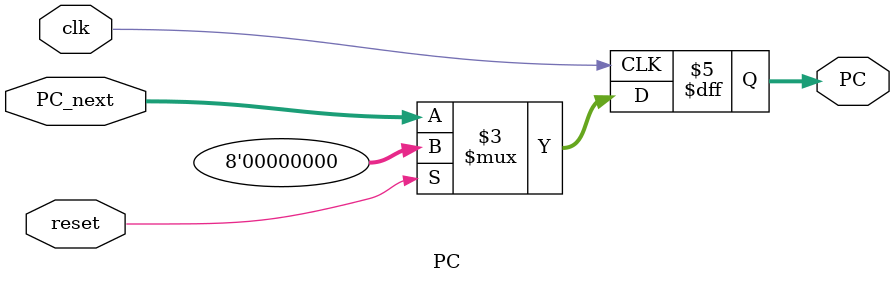
<source format=v>
module PC(clk,reset,PC,PC_next);
input [7:0] PC_next;
input clk,reset;
output reg [7:0] PC;

always @(posedge clk)  
 begin   
      if(reset)   
           PC <= 8'b00000000;  
      else  
           PC <= PC_next;  
 end
 endmodule
 
</source>
